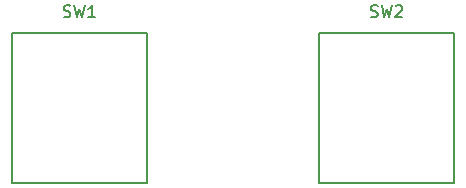
<source format=gbr>
G04 #@! TF.GenerationSoftware,KiCad,Pcbnew,(5.0.2)-1*
G04 #@! TF.CreationDate,2021-08-06T22:30:59+01:00*
G04 #@! TF.ProjectId,CN-BA3-03-03-kicad,434e2d42-4133-42d3-9033-2d30332d6b69,rev?*
G04 #@! TF.SameCoordinates,Original*
G04 #@! TF.FileFunction,Legend,Top*
G04 #@! TF.FilePolarity,Positive*
%FSLAX46Y46*%
G04 Gerber Fmt 4.6, Leading zero omitted, Abs format (unit mm)*
G04 Created by KiCad (PCBNEW (5.0.2)-1) date 06/08/2021 22:30:59*
%MOMM*%
%LPD*%
G01*
G04 APERTURE LIST*
%ADD10C,0.150000*%
G04 APERTURE END LIST*
D10*
G04 #@! TO.C,SW1*
X-18715000Y-18350000D02*
X-18715000Y-5650000D01*
X-18715000Y-18350000D02*
X-7285000Y-18350000D01*
X-7285000Y-18350000D02*
X-7285000Y-5650000D01*
X-18715000Y-5650000D02*
X-7285000Y-5650000D01*
G04 #@! TO.C,SW2*
X7285000Y-18350000D02*
X7285000Y-5650000D01*
X7285000Y-18350000D02*
X18715000Y-18350000D01*
X18715000Y-18350000D02*
X18715000Y-5650000D01*
X7285000Y-5650000D02*
X18715000Y-5650000D01*
G04 #@! TO.C,SW1*
X-14333333Y-4284761D02*
X-14190476Y-4332380D01*
X-13952380Y-4332380D01*
X-13857142Y-4284761D01*
X-13809523Y-4237142D01*
X-13761904Y-4141904D01*
X-13761904Y-4046666D01*
X-13809523Y-3951428D01*
X-13857142Y-3903809D01*
X-13952380Y-3856190D01*
X-14142857Y-3808571D01*
X-14238095Y-3760952D01*
X-14285714Y-3713333D01*
X-14333333Y-3618095D01*
X-14333333Y-3522857D01*
X-14285714Y-3427619D01*
X-14238095Y-3380000D01*
X-14142857Y-3332380D01*
X-13904761Y-3332380D01*
X-13761904Y-3380000D01*
X-13428571Y-3332380D02*
X-13190476Y-4332380D01*
X-13000000Y-3618095D01*
X-12809523Y-4332380D01*
X-12571428Y-3332380D01*
X-11666666Y-4332380D02*
X-12238095Y-4332380D01*
X-11952380Y-4332380D02*
X-11952380Y-3332380D01*
X-12047619Y-3475238D01*
X-12142857Y-3570476D01*
X-12238095Y-3618095D01*
G04 #@! TO.C,SW2*
X11666666Y-4284761D02*
X11809523Y-4332380D01*
X12047619Y-4332380D01*
X12142857Y-4284761D01*
X12190476Y-4237142D01*
X12238095Y-4141904D01*
X12238095Y-4046666D01*
X12190476Y-3951428D01*
X12142857Y-3903809D01*
X12047619Y-3856190D01*
X11857142Y-3808571D01*
X11761904Y-3760952D01*
X11714285Y-3713333D01*
X11666666Y-3618095D01*
X11666666Y-3522857D01*
X11714285Y-3427619D01*
X11761904Y-3380000D01*
X11857142Y-3332380D01*
X12095238Y-3332380D01*
X12238095Y-3380000D01*
X12571428Y-3332380D02*
X12809523Y-4332380D01*
X13000000Y-3618095D01*
X13190476Y-4332380D01*
X13428571Y-3332380D01*
X13761904Y-3427619D02*
X13809523Y-3380000D01*
X13904761Y-3332380D01*
X14142857Y-3332380D01*
X14238095Y-3380000D01*
X14285714Y-3427619D01*
X14333333Y-3522857D01*
X14333333Y-3618095D01*
X14285714Y-3760952D01*
X13714285Y-4332380D01*
X14333333Y-4332380D01*
G04 #@! TO.C,*
G04 #@! TD*
M02*

</source>
